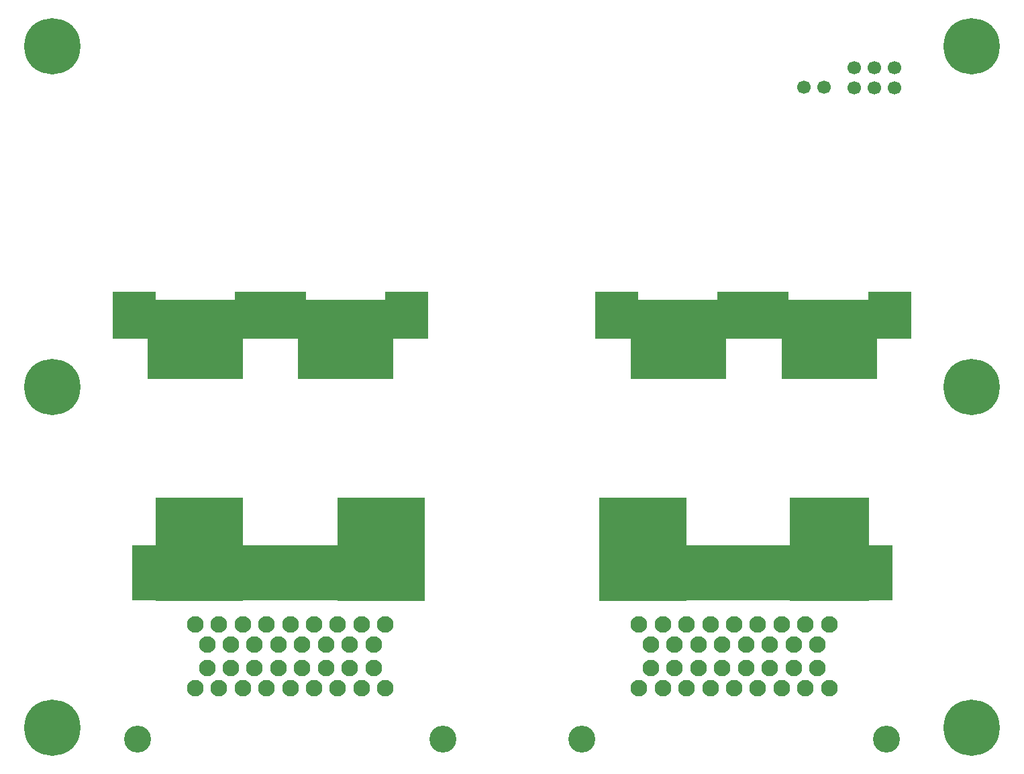
<source format=gbs>
G04 Layer_Color=16711935*
%FSLAX25Y25*%
%MOIN*%
G70*
G01*
G75*
%ADD62C,0.06693*%
%ADD68C,0.02756*%
%ADD113C,0.27953*%
%ADD114C,0.08268*%
%ADD115C,0.13386*%
%ADD116R,0.20472X0.29134*%
%ADD117R,0.27559X0.18110*%
%ADD118R,0.27559X0.18110*%
%ADD119R,1.45669X0.27559*%
%ADD120R,0.35433X0.23622*%
%ADD121R,0.21261X0.23622*%
%ADD122R,0.47244X0.39370*%
%ADD123R,0.47244X0.39370*%
%ADD124R,0.43307X0.51181*%
%ADD125R,0.39370X0.51181*%
%ADD126R,0.43307X0.51181*%
%ADD127R,0.43307X0.51181*%
D62*
X445827Y345512D02*
D03*
X425827D02*
D03*
X435827D02*
D03*
Y355512D02*
D03*
X425827D02*
D03*
X445827D02*
D03*
X400906Y345669D02*
D03*
X410906D02*
D03*
D68*
X188583Y115748D02*
D03*
X193307D02*
D03*
X198031D02*
D03*
X183858D02*
D03*
Y120472D02*
D03*
X198031D02*
D03*
X193307D02*
D03*
X188583D02*
D03*
Y111024D02*
D03*
X193307D02*
D03*
X198031D02*
D03*
X183858D02*
D03*
Y106299D02*
D03*
X198031D02*
D03*
X193307D02*
D03*
X188583D02*
D03*
Y129921D02*
D03*
X193307D02*
D03*
X198031D02*
D03*
X183858D02*
D03*
Y125197D02*
D03*
X193307D02*
D03*
X188583D02*
D03*
X198031D02*
D03*
X418504D02*
D03*
X409055D02*
D03*
X413779D02*
D03*
X404331D02*
D03*
Y129921D02*
D03*
X418504D02*
D03*
X413779D02*
D03*
X409055D02*
D03*
Y106299D02*
D03*
X413779D02*
D03*
X418504D02*
D03*
X404331Y111024D02*
D03*
X418504D02*
D03*
X413779D02*
D03*
X409055D02*
D03*
Y120472D02*
D03*
X413779D02*
D03*
X418504D02*
D03*
X404331D02*
D03*
Y115748D02*
D03*
X418504D02*
D03*
X413779D02*
D03*
X409055D02*
D03*
X404331Y106299D02*
D03*
X102756Y129921D02*
D03*
X98032D02*
D03*
X93307D02*
D03*
X98032Y115748D02*
D03*
X102756D02*
D03*
X107480D02*
D03*
X93307D02*
D03*
Y120472D02*
D03*
X107480D02*
D03*
X102756D02*
D03*
X98032D02*
D03*
Y111024D02*
D03*
X102756D02*
D03*
X107480D02*
D03*
X93307D02*
D03*
Y106299D02*
D03*
X107480D02*
D03*
X102756D02*
D03*
X98032D02*
D03*
X107480Y129921D02*
D03*
X93307Y125197D02*
D03*
X102756D02*
D03*
X98032D02*
D03*
X107480D02*
D03*
X327953Y125197D02*
D03*
X318504D02*
D03*
X323228D02*
D03*
X313779D02*
D03*
X318504Y106299D02*
D03*
X323228D02*
D03*
X327953D02*
D03*
X313779D02*
D03*
Y111024D02*
D03*
X327953D02*
D03*
X323228D02*
D03*
X318504D02*
D03*
Y120472D02*
D03*
X323228D02*
D03*
X327953D02*
D03*
X313779D02*
D03*
Y115748D02*
D03*
X327953D02*
D03*
X323228D02*
D03*
X318504D02*
D03*
X313779Y129921D02*
D03*
X318504D02*
D03*
X323228D02*
D03*
X327953D02*
D03*
D113*
X27559Y27559D02*
D03*
Y366142D02*
D03*
X484252D02*
D03*
Y27559D02*
D03*
X27559Y196850D02*
D03*
X484252D02*
D03*
D114*
X366142Y78740D02*
D03*
X354331D02*
D03*
X377953D02*
D03*
X342520D02*
D03*
X389764D02*
D03*
X401575D02*
D03*
X330709D02*
D03*
X413386D02*
D03*
X318898D02*
D03*
X360236Y68898D02*
D03*
X372047D02*
D03*
X383858D02*
D03*
X395669D02*
D03*
X407480D02*
D03*
X348425D02*
D03*
X336614D02*
D03*
X324803D02*
D03*
Y57087D02*
D03*
X336614D02*
D03*
X348425D02*
D03*
X407480D02*
D03*
X395669D02*
D03*
X383858D02*
D03*
X372047D02*
D03*
X360236D02*
D03*
X318898Y47244D02*
D03*
X413386D02*
D03*
X330709D02*
D03*
X401575D02*
D03*
X389764D02*
D03*
X342520D02*
D03*
X377953D02*
D03*
X354331D02*
D03*
X366142D02*
D03*
X145669Y78740D02*
D03*
X133858D02*
D03*
X157480D02*
D03*
X122047D02*
D03*
X169291D02*
D03*
X181102D02*
D03*
X110236D02*
D03*
X192913D02*
D03*
X98425D02*
D03*
X139764Y68898D02*
D03*
X151575D02*
D03*
X163386D02*
D03*
X175197D02*
D03*
X187008D02*
D03*
X127953D02*
D03*
X116142D02*
D03*
X104331D02*
D03*
Y57087D02*
D03*
X116142D02*
D03*
X127953D02*
D03*
X187008D02*
D03*
X175197D02*
D03*
X163386D02*
D03*
X151575D02*
D03*
X139764D02*
D03*
X98425Y47244D02*
D03*
X192913D02*
D03*
X110236D02*
D03*
X181102D02*
D03*
X169291D02*
D03*
X122047D02*
D03*
X157480D02*
D03*
X133858D02*
D03*
X145669D02*
D03*
D115*
X290354Y21654D02*
D03*
X441929D02*
D03*
X69882D02*
D03*
X221457D02*
D03*
D116*
X190945Y118110D02*
D03*
X411417D02*
D03*
X100394D02*
D03*
X320866Y118110D02*
D03*
D117*
X413386Y220470D02*
D03*
D118*
X338583Y220476D02*
D03*
X173226Y220473D02*
D03*
X98425Y220473D02*
D03*
D119*
X372047Y104331D02*
D03*
X139764Y104331D02*
D03*
D120*
X375591Y232284D02*
D03*
X135827Y232283D02*
D03*
D121*
X443308Y232284D02*
D03*
X307874Y232284D02*
D03*
X203544Y232283D02*
D03*
X68110Y232283D02*
D03*
D122*
X338583Y220472D02*
D03*
X173228D02*
D03*
X98425D02*
D03*
D123*
X413386D02*
D03*
D124*
X320866Y116142D02*
D03*
D125*
X413386D02*
D03*
D126*
X190945Y116142D02*
D03*
D127*
X100394D02*
D03*
M02*

</source>
